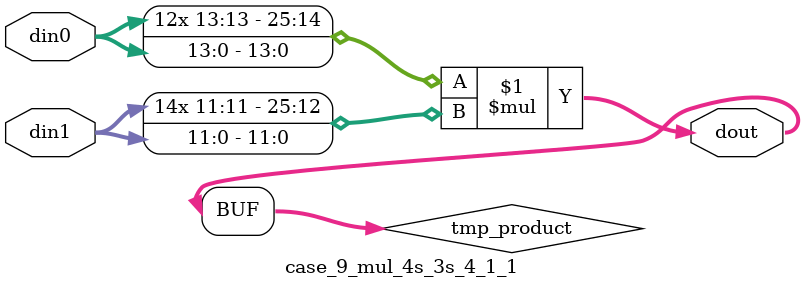
<source format=v>

`timescale 1 ns / 1 ps

 module case_9_mul_4s_3s_4_1_1(din0, din1, dout);
parameter ID = 1;
parameter NUM_STAGE = 0;
parameter din0_WIDTH = 14;
parameter din1_WIDTH = 12;
parameter dout_WIDTH = 26;

input [din0_WIDTH - 1 : 0] din0; 
input [din1_WIDTH - 1 : 0] din1; 
output [dout_WIDTH - 1 : 0] dout;

wire signed [dout_WIDTH - 1 : 0] tmp_product;



























assign tmp_product = $signed(din0) * $signed(din1);








assign dout = tmp_product;





















endmodule

</source>
